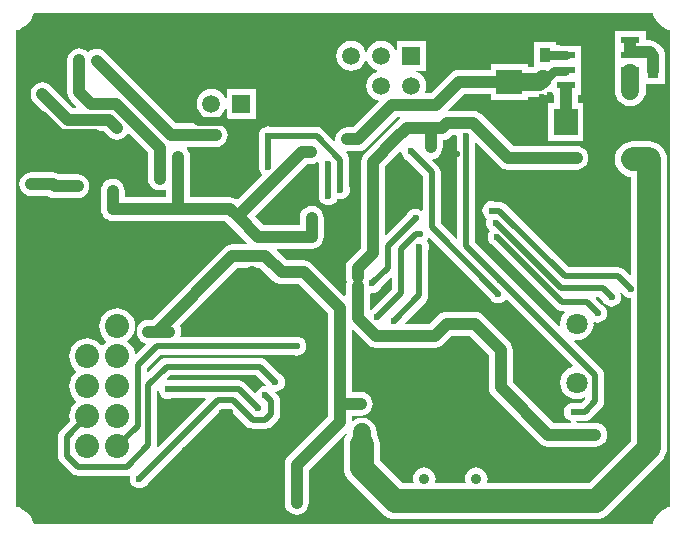
<source format=gbl>
%FSLAX25Y25*%
%MOIN*%
G70*
G01*
G75*
G04 Layer_Physical_Order=2*
G04 Layer_Color=16711680*
%ADD10R,0.15748X0.11024*%
%ADD11R,0.03937X0.02362*%
%ADD12R,0.08661X0.07874*%
%ADD13R,0.03543X0.04724*%
%ADD14R,0.08268X0.01575*%
%ADD15R,0.04724X0.03543*%
%ADD16R,0.09843X0.06299*%
%ADD17R,0.09843X0.02165*%
%ADD18R,0.02165X0.09843*%
%ADD19R,0.02165X0.06890*%
%ADD20R,0.06890X0.02165*%
%ADD21R,0.03150X0.07087*%
%ADD22R,0.07874X0.11811*%
%ADD23R,0.07874X0.09843*%
%ADD24R,0.01969X0.09843*%
%ADD25R,0.06890X0.05512*%
%ADD26R,0.04331X0.05906*%
%ADD27R,0.01693X0.07087*%
%ADD28R,0.07087X0.01063*%
%ADD29C,0.03937*%
%ADD30C,0.07874*%
%ADD31C,0.01969*%
%ADD32C,0.05906*%
%ADD33C,0.03150*%
%ADD34C,0.01181*%
%ADD35C,0.01575*%
%ADD36C,0.00984*%
%ADD37C,0.02953*%
%ADD38R,0.03228X0.07126*%
%ADD39R,0.07087X0.03543*%
%ADD40R,0.07126X0.02992*%
%ADD41R,0.07126X0.03071*%
%ADD42R,0.08307X0.06654*%
%ADD43R,0.07323X0.04764*%
%ADD44R,0.08268X0.06732*%
%ADD45R,0.07559X0.04646*%
%ADD46R,0.07677X0.05827*%
%ADD47R,0.06221X0.09764*%
%ADD48R,0.05906X0.16339*%
%ADD49C,0.07087*%
%ADD50C,0.03543*%
%ADD51C,0.05906*%
%ADD52R,0.05906X0.05906*%
%ADD53C,0.08032*%
%ADD54R,0.08032X0.08032*%
%ADD55C,0.02362*%
%ADD56R,0.07874X0.08661*%
%ADD57R,0.09488X0.23622*%
%ADD58R,0.06299X0.02362*%
G36*
X214368Y171617D02*
X215182Y170094D01*
X216278Y168758D01*
X217613Y167663D01*
X219136Y166849D01*
X219992Y166589D01*
Y7899D01*
X219136Y7639D01*
X217613Y6825D01*
X216278Y5730D01*
X215182Y4395D01*
X214368Y2871D01*
X214109Y2015D01*
X7899D01*
X7639Y2871D01*
X6825Y4395D01*
X5730Y5730D01*
X4395Y6825D01*
X2871Y7639D01*
X2015Y7899D01*
Y166589D01*
X2871Y166849D01*
X4395Y167663D01*
X5730Y168758D01*
X6825Y170094D01*
X7639Y171617D01*
X7899Y172473D01*
X214109D01*
X214368Y171617D01*
D02*
G37*
%LPC*%
G36*
X123661Y163113D02*
X122377Y162944D01*
X121179Y162448D01*
X120151Y161660D01*
X119363Y160632D01*
X118911Y159542D01*
X118867D01*
Y159542D01*
D01*
D01*
X118867D01*
X118596D01*
X118341Y159712D01*
X117960Y160632D01*
X117171Y161660D01*
X116143Y162448D01*
X114946Y162944D01*
X113661Y163113D01*
X112377Y162944D01*
X111179Y162448D01*
X110152Y161660D01*
X109363Y160632D01*
X108867Y159434D01*
X108698Y158150D01*
X108867Y156865D01*
X109363Y155668D01*
X110152Y154640D01*
X111179Y153851D01*
X112377Y153355D01*
X113661Y153186D01*
X114946Y153355D01*
X116143Y153851D01*
X117171Y154640D01*
X117960Y155668D01*
X118411Y156757D01*
X118456D01*
Y156757D01*
D01*
D01*
X118456D01*
X118867D01*
Y156757D01*
X118911D01*
X119363Y155668D01*
X120151Y154640D01*
X121179Y153851D01*
X122269Y153400D01*
Y152900D01*
X121179Y152448D01*
X120151Y151660D01*
X119363Y150631D01*
X118867Y149434D01*
X118698Y148150D01*
X118867Y146865D01*
X119363Y145668D01*
X120151Y144640D01*
X121179Y143851D01*
X122377Y143355D01*
X122589Y143327D01*
X122750Y142854D01*
X114182Y134286D01*
X112323D01*
X111295Y134151D01*
X110337Y133754D01*
X109515Y133123D01*
X108884Y132300D01*
X108487Y131343D01*
X108352Y130315D01*
X108383Y130081D01*
X107934Y129860D01*
X104232Y133563D01*
X103615Y134036D01*
X102897Y134333D01*
X102126Y134435D01*
X86985D01*
X86767Y134525D01*
X85945Y134634D01*
X85123Y134525D01*
X84356Y134208D01*
X83698Y133703D01*
X83194Y133045D01*
X82876Y132279D01*
X82768Y131457D01*
X82876Y130634D01*
X82967Y130417D01*
Y122221D01*
X82876Y122003D01*
X82768Y121181D01*
X82876Y120359D01*
X83194Y119593D01*
X83698Y118935D01*
X83873Y118800D01*
X83906Y118302D01*
X75761Y110157D01*
X75332Y110486D01*
X74374Y110883D01*
X73346Y111018D01*
X59916D01*
Y124488D01*
X59781Y125516D01*
X59384Y126474D01*
X58753Y127296D01*
X58911Y127761D01*
X68504D01*
X69532Y127897D01*
X70489Y128293D01*
X71312Y128924D01*
X71943Y129747D01*
X72340Y130704D01*
X72475Y131732D01*
X72340Y132760D01*
X71943Y133718D01*
X71312Y134540D01*
X70489Y135171D01*
X69532Y135568D01*
X68504Y135703D01*
X55346D01*
X31666Y159383D01*
X30844Y160014D01*
X29886Y160410D01*
X28858Y160546D01*
X27830Y160410D01*
X26873Y160014D01*
X26050Y159383D01*
X25820Y159461D01*
X24997Y160092D01*
X24039Y160489D01*
X23012Y160625D01*
X21984Y160489D01*
X21026Y160092D01*
X20204Y159461D01*
X19573Y158639D01*
X19176Y157681D01*
X19041Y156653D01*
Y145965D01*
X19176Y144937D01*
X19573Y143979D01*
X20204Y143157D01*
X22038Y141323D01*
X21847Y140861D01*
X20857D01*
X13517Y148202D01*
X12694Y148833D01*
X11736Y149229D01*
X10709Y149365D01*
X9681Y149229D01*
X8723Y148833D01*
X7901Y148202D01*
X7270Y147379D01*
X6873Y146422D01*
X6738Y145394D01*
X6873Y144366D01*
X7270Y143408D01*
X7901Y142586D01*
X16405Y134082D01*
X17227Y133451D01*
X18185Y133054D01*
X19213Y132919D01*
X31150D01*
X32704Y131365D01*
X33526Y130734D01*
X34484Y130338D01*
X35512Y130202D01*
X36540Y130338D01*
X37497Y130734D01*
X38320Y131365D01*
X38951Y132188D01*
X39425Y132282D01*
X45891Y125816D01*
Y117224D01*
X46027Y116197D01*
X46423Y115239D01*
X47054Y114417D01*
X47877Y113785D01*
X48834Y113389D01*
X49862Y113253D01*
X50890Y113389D01*
X51558Y113665D01*
X51974Y113388D01*
Y111018D01*
X38168D01*
Y113150D01*
X38032Y114177D01*
X37636Y115135D01*
X37005Y115957D01*
X36182Y116589D01*
X35225Y116985D01*
X34197Y117121D01*
X33169Y116985D01*
X32211Y116589D01*
X31389Y115957D01*
X30758Y115135D01*
X30361Y114177D01*
X30226Y113150D01*
Y107047D01*
X30226Y107047D01*
X30226D01*
X30361Y106019D01*
X30758Y105062D01*
X31389Y104239D01*
X32211Y103608D01*
X33169Y103212D01*
X34197Y103076D01*
X71702D01*
X72979Y101798D01*
D01*
X72979D01*
Y101798D01*
X72979Y101798D01*
X78967Y95811D01*
X78776Y95349D01*
X73992D01*
X72964Y95214D01*
X72007Y94817D01*
X71184Y94186D01*
X47213Y70215D01*
X46047D01*
X45020Y70080D01*
X44062Y69683D01*
X43239Y69052D01*
X42608Y68230D01*
X42212Y67272D01*
X42076Y66244D01*
X42212Y65216D01*
X42608Y64259D01*
X43239Y63436D01*
X44062Y62805D01*
X45013Y62411D01*
X45110Y61921D01*
X42015Y58825D01*
X41544Y58994D01*
X41528Y59165D01*
X41185Y60293D01*
X40630Y61333D01*
X39882Y62244D01*
X38971Y62992D01*
X38971Y62992D01*
X38971D01*
Y62992D01*
D01*
X39882Y63740D01*
X40630Y64651D01*
X41185Y65691D01*
X41528Y66819D01*
X41643Y67992D01*
X41528Y69165D01*
X41185Y70293D01*
X40630Y71333D01*
X39882Y72244D01*
X38971Y72992D01*
X37931Y73548D01*
X36803Y73890D01*
X35630Y74005D01*
X34457Y73890D01*
X33329Y73548D01*
X32289Y72992D01*
X31378Y72244D01*
X30630Y71333D01*
X30074Y70293D01*
X29732Y69165D01*
X29617Y67992D01*
X29732Y66819D01*
X30074Y65691D01*
X30630Y64651D01*
X31378Y63740D01*
X31984Y63242D01*
Y62742D01*
X31378Y62244D01*
X30880Y61638D01*
X30380D01*
X29882Y62244D01*
X28971Y62992D01*
X27931Y63548D01*
X26803Y63890D01*
X25630Y64005D01*
X24457Y63890D01*
X23329Y63548D01*
X22289Y62992D01*
X21378Y62244D01*
X20630Y61333D01*
X20074Y60293D01*
X19732Y59165D01*
X19617Y57992D01*
X19732Y56819D01*
X20074Y55691D01*
X20630Y54651D01*
X21378Y53740D01*
X21984Y53242D01*
Y52742D01*
X21378Y52244D01*
X20630Y51333D01*
X20074Y50293D01*
X19732Y49165D01*
X19617Y47992D01*
X19732Y46819D01*
X20074Y45691D01*
X20630Y44651D01*
X21378Y43740D01*
X21984Y43242D01*
Y42742D01*
X21378Y42244D01*
X20630Y41333D01*
X20074Y40293D01*
X19732Y39165D01*
X19617Y37992D01*
X19732Y36819D01*
X19852Y36426D01*
X16752Y33326D01*
X16279Y32710D01*
X16192Y32499D01*
X15981Y31991D01*
X15880Y31220D01*
Y24882D01*
X15981Y24111D01*
X16192Y23603D01*
X16279Y23393D01*
X16752Y22776D01*
X20492Y19036D01*
X20493Y19036D01*
X20842Y18768D01*
X21109Y18563D01*
X21407Y18439D01*
X21828Y18265D01*
X22598Y18164D01*
X38780D01*
X39550Y18265D01*
X39576Y18276D01*
X39965Y17962D01*
X39963Y17948D01*
X39963Y17948D01*
X39963Y17948D01*
X39855Y17126D01*
X39963Y16304D01*
X40280Y15538D01*
X40785Y14880D01*
X41443Y14375D01*
X42209Y14058D01*
X43031Y13949D01*
X43854Y14058D01*
X44620Y14375D01*
X45278Y14880D01*
X45783Y15538D01*
X45873Y15756D01*
X70525Y40408D01*
X73018D01*
X78721Y34705D01*
X78721Y34705D01*
X79338Y34232D01*
X80056Y33934D01*
X80146Y33922D01*
X80827Y33833D01*
X80827Y33833D01*
X85039D01*
X85810Y33934D01*
X86528Y34232D01*
X87145Y34705D01*
X89153Y36713D01*
X89153Y36713D01*
X89390Y37021D01*
X89626Y37330D01*
X89775Y37689D01*
X89924Y38048D01*
X89936Y38138D01*
X90026Y38819D01*
X90026Y38819D01*
Y42953D01*
X90026Y42953D01*
X89936Y43634D01*
X89924Y43724D01*
X89626Y44442D01*
X89153Y45059D01*
X89153Y45059D01*
X88238Y45974D01*
X88346Y46193D01*
X89169Y46301D01*
X89935Y46619D01*
X90593Y47124D01*
X91098Y47782D01*
X91415Y48548D01*
X91523Y49370D01*
X91415Y50192D01*
X91098Y50959D01*
X90593Y51616D01*
X89935Y52121D01*
X89717Y52211D01*
X85255Y56673D01*
X84639Y57146D01*
X84428Y57233D01*
X83920Y57444D01*
X83150Y57545D01*
X52126D01*
X52126Y57545D01*
X51355Y57444D01*
X50637Y57146D01*
X50020Y56673D01*
X50020Y56673D01*
X45960Y52613D01*
X45498Y52804D01*
Y53885D01*
X50013Y58400D01*
X94472D01*
X94690Y58309D01*
X95512Y58201D01*
X96334Y58309D01*
X97100Y58627D01*
X97758Y59132D01*
X98263Y59790D01*
X98580Y60556D01*
X98689Y61378D01*
X98580Y62200D01*
X98263Y62966D01*
X97758Y63624D01*
X97100Y64129D01*
X96334Y64447D01*
X95512Y64555D01*
X94690Y64447D01*
X94472Y64356D01*
X56977D01*
X56699Y64772D01*
X56883Y65216D01*
X57018Y66244D01*
X56883Y67272D01*
X56486Y68230D01*
X56475Y68245D01*
X75637Y87407D01*
X83394D01*
X87625Y83176D01*
X87625D01*
X87625Y83176D01*
X87625Y83176D01*
Y83176D01*
X88448Y82545D01*
X89009Y82313D01*
X89405Y82149D01*
X90433Y82013D01*
X96229D01*
X105793Y72450D01*
Y42126D01*
Y37826D01*
X92625Y24658D01*
X91994Y23836D01*
X91597Y22878D01*
X91462Y21850D01*
Y12441D01*
Y9134D01*
X91597Y8106D01*
X91994Y7148D01*
X92625Y6326D01*
X93448Y5695D01*
X94405Y5298D01*
X95433Y5163D01*
X96461Y5298D01*
X97419Y5695D01*
X98241Y6326D01*
X98872Y7148D01*
X99269Y8106D01*
X99404Y9134D01*
Y12441D01*
Y20206D01*
X111740Y32541D01*
X111967Y32447D01*
X112136Y31976D01*
X111683Y31129D01*
X111345Y30016D01*
X111231Y28858D01*
Y25315D01*
Y20827D01*
X111231Y20827D01*
X111231D01*
X111345Y19669D01*
X111683Y18556D01*
X112231Y17530D01*
X112969Y16631D01*
X124072Y5528D01*
X124971Y4790D01*
X125997Y4242D01*
X127110Y3904D01*
X128268Y3790D01*
X195197D01*
X196354Y3904D01*
X196354D01*
X196354Y3904D01*
X196354Y3904D01*
X197468Y4242D01*
X198494Y4790D01*
X199393Y5528D01*
X217109Y23245D01*
X217847Y24144D01*
X218396Y25170D01*
X218733Y26283D01*
X218847Y27441D01*
X218847Y27441D01*
X218847Y27441D01*
Y27441D01*
Y123661D01*
X218733Y124819D01*
X218396Y125932D01*
X217847Y126958D01*
X217109Y127857D01*
X216210Y128595D01*
X215184Y129144D01*
X214071Y129481D01*
X212913Y129595D01*
X207520D01*
X206362Y129481D01*
X205249Y129144D01*
X204223Y128595D01*
X203324Y127857D01*
X202586Y126958D01*
X202037Y125932D01*
X201700Y124819D01*
X201586Y123661D01*
X201700Y122504D01*
X202037Y121390D01*
X202586Y120365D01*
X203324Y119465D01*
X204223Y118727D01*
X205249Y118179D01*
X206362Y117841D01*
X206979Y117780D01*
Y85209D01*
X206517Y85017D01*
X204822Y86712D01*
X204206Y87186D01*
X203995Y87273D01*
X203487Y87483D01*
X202716Y87585D01*
X186076D01*
X164980Y108681D01*
X164363Y109154D01*
X163645Y109451D01*
X162874Y109553D01*
X161591D01*
X161373Y109643D01*
X160551Y109752D01*
X159729Y109643D01*
X158963Y109326D01*
X158305Y108821D01*
X157800Y108163D01*
X157483Y107397D01*
X157374Y106575D01*
X157483Y105753D01*
X157800Y104986D01*
X158305Y104329D01*
X158887Y103882D01*
X158664Y103342D01*
X158555Y102520D01*
X158664Y101698D01*
X158981Y100931D01*
X159486Y100273D01*
X159689Y100118D01*
X159754Y99622D01*
X159572Y99384D01*
X159254Y98618D01*
X159146Y97795D01*
X159254Y96973D01*
X159572Y96207D01*
X160076Y95549D01*
X160734Y95044D01*
X160952Y94954D01*
X181949Y73957D01*
X181949Y73957D01*
X182566Y73484D01*
X183284Y73186D01*
X184055Y73085D01*
X184055Y73085D01*
X184589D01*
X184810Y72636D01*
X184044Y71638D01*
X183488Y70297D01*
X183299Y68858D01*
X183387Y68187D01*
X182939Y67966D01*
X165971Y84933D01*
X165881Y85151D01*
X165376Y85809D01*
X164718Y86314D01*
X164500Y86405D01*
X154947Y95958D01*
Y128942D01*
X155409Y129133D01*
X163216Y121326D01*
X164038Y120695D01*
X164319Y120579D01*
X164996Y120298D01*
X166024Y120163D01*
X188740D01*
X189768Y120298D01*
X190726Y120695D01*
X191548Y121326D01*
X192179Y122148D01*
X192576Y123106D01*
X192711Y124134D01*
X192576Y125162D01*
X192179Y126119D01*
X191548Y126942D01*
X190726Y127573D01*
X189768Y127970D01*
X188740Y128105D01*
X167668D01*
X157178Y138595D01*
X156356Y139226D01*
X155398Y139623D01*
X154370Y139758D01*
X146146D01*
X145954Y140220D01*
X151251Y145517D01*
X160079D01*
Y143583D01*
X172677D01*
Y144328D01*
X176142D01*
X177426Y144497D01*
X178624Y144993D01*
X179591Y145735D01*
X180039Y145514D01*
Y145158D01*
X181186D01*
Y142362D01*
X179252D01*
Y129764D01*
X191063D01*
Y142362D01*
X189128D01*
Y145158D01*
X190276D01*
Y150157D01*
Y155157D01*
Y161457D01*
X186813D01*
X186082Y161759D01*
X185158Y161881D01*
X181890D01*
Y162614D01*
X174409D01*
Y154458D01*
X174144Y154255D01*
X172677D01*
Y155394D01*
X160079D01*
Y153459D01*
X149606D01*
X148579Y153324D01*
X147621Y152927D01*
X146798Y152296D01*
X140206Y145703D01*
X138425D01*
X138147Y146119D01*
X138456Y146865D01*
X138625Y148150D01*
X138456Y149434D01*
X137960Y150631D01*
X137171Y151660D01*
X136143Y152448D01*
X134946Y152944D01*
X133661Y153113D01*
X133776Y153228D01*
X138583D01*
Y163071D01*
X128740D01*
Y160030D01*
X128250Y159932D01*
X127960Y160632D01*
X127171Y161660D01*
X126143Y162448D01*
X124946Y162944D01*
X123661Y163113D01*
D02*
G37*
G36*
X14189Y119349D02*
X6968D01*
X5941Y119214D01*
X4983Y118817D01*
X4161Y118186D01*
X3529Y117363D01*
X3133Y116406D01*
X2998Y115378D01*
X3133Y114350D01*
X3529Y113392D01*
X4161Y112570D01*
X4983Y111939D01*
X5941Y111542D01*
X6968Y111407D01*
X12675D01*
X12936Y111207D01*
X13893Y110810D01*
X14921Y110675D01*
X22402D01*
X23429Y110810D01*
X24387Y111207D01*
X25210Y111838D01*
X25840Y112660D01*
X26237Y113618D01*
X26373Y114646D01*
X26237Y115673D01*
X25840Y116631D01*
X25210Y117454D01*
X24387Y118085D01*
X23429Y118481D01*
X22402Y118617D01*
X16435D01*
X16174Y118817D01*
X15217Y119214D01*
X14189Y119349D01*
D02*
G37*
G36*
X211732Y166457D02*
X201496D01*
Y160158D01*
Y155157D01*
Y150157D01*
Y145158D01*
X201806D01*
X201820Y145054D01*
X202315Y143857D01*
X203104Y142829D01*
X204132Y142040D01*
X205329Y141544D01*
X206614Y141375D01*
X207899Y141544D01*
X209096Y142040D01*
X210124Y142829D01*
X210913Y143857D01*
X211409Y145054D01*
X211422Y145158D01*
X211732D01*
Y148843D01*
X218110D01*
Y151915D01*
X218206Y152146D01*
X218341Y153173D01*
Y158110D01*
X218206Y159138D01*
X217925Y159815D01*
X217809Y160096D01*
X217178Y160918D01*
X215918Y162178D01*
X215096Y162809D01*
X214138Y163206D01*
X213110Y163341D01*
X211732D01*
Y166457D01*
D02*
G37*
G36*
X67047Y147129D02*
X65763Y146960D01*
X64565Y146464D01*
X63537Y145675D01*
X62748Y144647D01*
X62253Y143450D01*
X62084Y142165D01*
X62253Y140881D01*
X62748Y139683D01*
X63537Y138655D01*
X64565Y137867D01*
X65763Y137371D01*
X67047Y137202D01*
X68332Y137371D01*
X69529Y137867D01*
X70557Y138655D01*
X71346Y139683D01*
X71636Y140383D01*
X72126Y140285D01*
Y137244D01*
X81968D01*
Y147087D01*
X72126D01*
Y144045D01*
X71636Y143948D01*
X71346Y144647D01*
X70557Y145675D01*
X69529Y146464D01*
X68332Y146960D01*
X67047Y147129D01*
D02*
G37*
%LPD*%
G36*
X85148Y48357D02*
X85039Y48137D01*
X84217Y48029D01*
X83451Y47712D01*
X82793Y47207D01*
X82288Y46549D01*
X82005Y45866D01*
X81515Y45768D01*
X78208Y49074D01*
X77592Y49548D01*
X77381Y49635D01*
X76873Y49845D01*
X76102Y49947D01*
X53560D01*
X53342Y50037D01*
X52520Y50145D01*
X52320Y50550D01*
X53360Y51589D01*
X81916D01*
X85148Y48357D01*
D02*
G37*
G36*
X159796Y77527D02*
X159887Y77309D01*
X160391Y76651D01*
X161049Y76147D01*
X161816Y75829D01*
X162638Y75721D01*
X163460Y75829D01*
X164226Y76147D01*
X164884Y76651D01*
X165064Y76886D01*
X165563Y76918D01*
X187468Y55013D01*
X187370Y54523D01*
X186079Y53988D01*
X184927Y53104D01*
X184044Y51953D01*
X183488Y50612D01*
X183299Y49173D01*
X183488Y47734D01*
X184044Y46393D01*
X184927Y45242D01*
X186079Y44359D01*
X187419Y43803D01*
X188858Y43614D01*
X190297Y43803D01*
X191403Y44262D01*
X191681Y43846D01*
X190184Y42348D01*
X188836D01*
X188618Y42439D01*
X187795Y42547D01*
X186973Y42439D01*
X186207Y42121D01*
X185549Y41616D01*
X185044Y40958D01*
X184727Y40192D01*
X184618Y39370D01*
X184727Y38548D01*
X185044Y37782D01*
X185549Y37124D01*
X186207Y36619D01*
X186948Y36312D01*
X186851Y35821D01*
X180897D01*
X167412Y49306D01*
Y60158D01*
X167277Y61185D01*
X166880Y62143D01*
X166249Y62965D01*
X157548Y71666D01*
X156726Y72297D01*
X155768Y72694D01*
X154740Y72829D01*
X145472D01*
X144445Y72694D01*
X143487Y72297D01*
X142665Y71666D01*
X139772Y68774D01*
X131710D01*
X131519Y69236D01*
X138444Y76162D01*
X138918Y76779D01*
X139215Y77497D01*
X139317Y78268D01*
Y93291D01*
X139407Y93508D01*
X139515Y94331D01*
X139407Y95153D01*
X139090Y95919D01*
X138742Y96372D01*
X138742Y96376D01*
X139247Y97034D01*
X139380Y97355D01*
X139871Y97453D01*
X159796Y77527D01*
D02*
G37*
G36*
X49451Y46146D02*
X49768Y45380D01*
X50273Y44722D01*
X50931Y44217D01*
X51697Y43900D01*
X52520Y43792D01*
X53342Y43900D01*
X53560Y43990D01*
X65031D01*
X65222Y43528D01*
X49310Y27616D01*
X48861Y27837D01*
X48923Y28307D01*
X48923Y28307D01*
Y46335D01*
X49422Y46367D01*
X49451Y46146D01*
D02*
G37*
G36*
X203940Y79156D02*
X204021Y78963D01*
X204525Y78305D01*
X205183Y77800D01*
X205949Y77483D01*
X206772Y77374D01*
X206979Y77192D01*
Y29899D01*
X192739Y15658D01*
X159196D01*
X158918Y16074D01*
X158998Y16268D01*
X159127Y17244D01*
X158998Y18221D01*
X158621Y19130D01*
X158022Y19912D01*
X157240Y20511D01*
X156331Y20888D01*
X155354Y21016D01*
X154378Y20888D01*
X153468Y20511D01*
X152687Y19912D01*
X152087Y19130D01*
X151710Y18221D01*
X151582Y17244D01*
X151710Y16268D01*
X151791Y16074D01*
X151513Y15658D01*
X141873D01*
X141595Y16074D01*
X141675Y16268D01*
X141804Y17244D01*
X141675Y18221D01*
X141298Y19130D01*
X140699Y19912D01*
X139918Y20511D01*
X139008Y20888D01*
X138031Y21016D01*
X137055Y20888D01*
X136145Y20511D01*
X135364Y19912D01*
X134765Y19130D01*
X134388Y18221D01*
X134259Y17244D01*
X134388Y16268D01*
X134468Y16074D01*
X134190Y15658D01*
X130726D01*
X123099Y23285D01*
Y25315D01*
Y28858D01*
X122985Y30016D01*
X122648Y31129D01*
X122129Y32100D01*
Y32598D01*
X121960Y33883D01*
X121464Y35080D01*
X120675Y36108D01*
X119647Y36897D01*
X118450Y37393D01*
X117165Y37562D01*
X115881Y37393D01*
X114683Y36897D01*
X114183Y36513D01*
X113735Y36734D01*
Y38155D01*
X116772D01*
X117799Y38290D01*
X118757Y38687D01*
X119580Y39318D01*
X120211Y40141D01*
X120607Y41098D01*
X120743Y42126D01*
X120607Y43154D01*
X120211Y44111D01*
X119580Y44934D01*
X118757Y45565D01*
X117799Y45962D01*
X116772Y46097D01*
X113735D01*
Y66728D01*
X114197Y66920D01*
X119121Y61995D01*
X119944Y61364D01*
X120224Y61248D01*
X120901Y60967D01*
X121929Y60832D01*
X141417D01*
X142445Y60967D01*
X143403Y61364D01*
X144225Y61995D01*
X147117Y64887D01*
X153095D01*
X159470Y58513D01*
Y47661D01*
X159470Y47661D01*
X159470D01*
X159605Y46634D01*
X160002Y45676D01*
X160633Y44853D01*
X176444Y29043D01*
X176444D01*
X176444Y29043D01*
X176444D01*
X176444Y29043D01*
Y29043D01*
X176444Y29043D01*
Y29043D01*
X177267Y28411D01*
X178224Y28015D01*
X179252Y27879D01*
X195000D01*
X196028Y28015D01*
X196985Y28411D01*
X197808Y29043D01*
X198439Y29865D01*
X198836Y30823D01*
X198971Y31850D01*
X198836Y32878D01*
X198439Y33836D01*
X197808Y34658D01*
X196985Y35289D01*
X196028Y35686D01*
X195000Y35821D01*
X188740D01*
X188642Y36312D01*
X188836Y36392D01*
X191417D01*
X192188Y36493D01*
X192696Y36704D01*
X192906Y36791D01*
X193523Y37264D01*
X197145Y40886D01*
X197619Y41503D01*
X197916Y42221D01*
X198018Y42992D01*
Y51653D01*
X197916Y52424D01*
X197706Y52932D01*
X197619Y53143D01*
X197145Y53759D01*
X187966Y62939D01*
X188187Y63387D01*
X188858Y63299D01*
X190297Y63488D01*
X191638Y64044D01*
X192789Y64927D01*
X193673Y66079D01*
X194228Y67419D01*
X194418Y68858D01*
X194387Y69088D01*
X194784Y69392D01*
X194965Y69317D01*
X195787Y69209D01*
X196610Y69317D01*
X197376Y69635D01*
X198034Y70139D01*
X198539Y70797D01*
X198856Y71564D01*
X198964Y72386D01*
X198856Y73208D01*
X198539Y73974D01*
X198034Y74632D01*
X197376Y75137D01*
X197158Y75227D01*
X195195Y77190D01*
X195387Y77652D01*
X196286D01*
X197611Y76326D01*
X197702Y76108D01*
X198206Y75450D01*
X198864Y74946D01*
X199630Y74628D01*
X200453Y74520D01*
X201275Y74628D01*
X202041Y74946D01*
X202699Y75450D01*
X203204Y76108D01*
X203521Y76875D01*
X203629Y77697D01*
X203521Y78519D01*
X203255Y79163D01*
X203462Y79301D01*
X203940Y79156D01*
D02*
G37*
G36*
X130352Y126110D02*
X130435Y125477D01*
X130753Y124711D01*
X131258Y124053D01*
X131915Y123548D01*
X132133Y123458D01*
X137455Y118136D01*
Y106728D01*
X137006Y106507D01*
X136667Y106767D01*
X135901Y107084D01*
X135079Y107193D01*
X134256Y107084D01*
X133490Y106767D01*
X132832Y106262D01*
X132328Y105604D01*
X132237Y105386D01*
X125338Y98487D01*
X124876Y98679D01*
Y121269D01*
X129879Y126271D01*
X130352Y126110D01*
D02*
G37*
G36*
X129935Y137288D02*
X129279Y136784D01*
X125948Y133453D01*
X125440Y133064D01*
X118098Y125721D01*
X117467Y124899D01*
X117070Y123941D01*
X116935Y122913D01*
X116935Y122913D01*
X116935D01*
X116935Y122913D01*
X116935D01*
Y94046D01*
X113019Y90131D01*
X112388Y89308D01*
X111991Y88351D01*
X111856Y87323D01*
Y84449D01*
X111991Y83421D01*
X112218Y82874D01*
X111991Y82327D01*
X111856Y81299D01*
Y78272D01*
X111394Y78080D01*
X100682Y88792D01*
X99859Y89423D01*
X98902Y89820D01*
X97874Y89955D01*
X92078D01*
X88671Y93362D01*
X88862Y93824D01*
X100433D01*
X101461Y93960D01*
X102418Y94356D01*
X103241Y94987D01*
X103872Y95810D01*
X104269Y96767D01*
X104404Y97795D01*
Y104134D01*
X104269Y105162D01*
X103872Y106119D01*
X103241Y106942D01*
X102418Y107573D01*
X101461Y107969D01*
X100433Y108105D01*
X99405Y107969D01*
X98448Y107573D01*
X97625Y106942D01*
X96994Y106119D01*
X96597Y105162D01*
X96462Y104134D01*
Y101766D01*
X84243D01*
X81423Y104587D01*
X98928Y122092D01*
X100354D01*
X101382Y122227D01*
X102340Y122624D01*
X102487Y122737D01*
X102920Y122487D01*
X102847Y121929D01*
X102955Y121107D01*
X103045Y120889D01*
Y112530D01*
X102931Y112255D01*
X102823Y111433D01*
X102931Y110611D01*
X103249Y109845D01*
X103754Y109187D01*
X104412Y108682D01*
X105178Y108364D01*
X106000Y108256D01*
X106822Y108364D01*
X107588Y108682D01*
X108246Y109187D01*
X108751Y109845D01*
X108958Y110344D01*
X109178Y110435D01*
X110000Y110327D01*
X110822Y110435D01*
X111588Y110753D01*
X112246Y111258D01*
X112751Y111916D01*
X113068Y112682D01*
X113177Y113504D01*
X113068Y114326D01*
X112978Y114544D01*
Y123583D01*
X112877Y124354D01*
X112703Y124774D01*
X112579Y125072D01*
X112106Y125689D01*
X111868Y125926D01*
X112089Y126375D01*
X112323Y126344D01*
X115827D01*
X116855Y126479D01*
X117812Y126876D01*
X118635Y127507D01*
X128889Y137761D01*
X129774D01*
X129935Y137288D01*
D02*
G37*
G36*
X127376Y84086D02*
Y80328D01*
X120952Y73905D01*
X120734Y73814D01*
X120246Y73440D01*
X119798Y73661D01*
Y78847D01*
X120174Y79177D01*
X120709Y79107D01*
X121531Y79215D01*
X122297Y79532D01*
X122955Y80037D01*
X123460Y80695D01*
X123550Y80913D01*
X126914Y84277D01*
X127376Y84086D01*
D02*
G37*
G36*
X148816Y131440D02*
X148792Y131260D01*
X148900Y130438D01*
X148990Y130220D01*
Y97410D01*
X148528Y97219D01*
X143411Y102336D01*
Y119370D01*
X143310Y120141D01*
X143012Y120859D01*
X142539Y121476D01*
X142539Y121476D01*
X140698Y123317D01*
X140859Y123790D01*
X141248Y123842D01*
X142206Y124238D01*
X143028Y124869D01*
X143659Y125692D01*
X144056Y126649D01*
X144191Y127677D01*
Y130058D01*
X144817Y130141D01*
X145775Y130537D01*
X146597Y131168D01*
X147245Y131816D01*
X148486D01*
X148816Y131440D01*
D02*
G37*
D12*
X166378Y162087D02*
D03*
Y149488D02*
D03*
D13*
X214370Y153173D02*
D03*
Y145693D02*
D03*
X178150Y158283D02*
D03*
Y165764D02*
D03*
D29*
X90433Y85984D02*
X97874D01*
X95433Y12441D02*
Y21850D01*
Y9134D02*
Y12441D01*
X48858Y66244D02*
X73992Y91378D01*
X48858Y66244D02*
X53047D01*
X46047D02*
X48858D01*
X185158Y163307D02*
X196221D01*
X166378Y162087D02*
X170055Y165764D01*
X77628Y68967D02*
X80630Y71969D01*
X75728Y67067D02*
X77628Y68967D01*
X197756Y136063D02*
X210236D01*
X214370Y140197D01*
Y145693D01*
X197756Y123583D02*
Y136063D01*
X190118Y115945D02*
X197756Y123583D01*
X181102Y115945D02*
X190118D01*
X149606Y149488D02*
X166378D01*
X141850Y141732D02*
X149606Y149488D01*
X206614Y159370D02*
X213110D01*
X214370Y153173D02*
Y158110D01*
X213110Y159370D02*
X214370Y158110D01*
X206614Y159370D02*
Y162284D01*
X170055Y165764D02*
X178150D01*
X100433Y97795D02*
Y104134D01*
X183898Y163307D02*
X185158D01*
Y136063D02*
Y147205D01*
X178150Y165764D02*
X181441D01*
X183898Y163307D01*
X127244Y141732D02*
X141850D01*
X115827Y130315D02*
X127244Y141732D01*
X112323Y130315D02*
X115827D01*
X166024Y124134D02*
X188740D01*
X154370Y135787D02*
X166024Y124134D01*
X145600Y135787D02*
X154370D01*
X170630Y115945D02*
X181102D01*
X170433Y115748D02*
X170630Y115945D01*
X181197Y98071D02*
Y115850D01*
X192598Y98071D02*
X196181Y94488D01*
X181197Y98071D02*
X192598D01*
X143789Y133976D02*
X145600Y135787D01*
X132087Y133976D02*
X143789D01*
X140220Y127677D02*
Y134213D01*
X128366Y130256D02*
X132087Y133976D01*
X128248Y130256D02*
X128366D01*
X120905Y122913D02*
X128248Y130256D01*
X120905Y92402D02*
Y122913D01*
X115827Y87323D02*
X120905Y92402D01*
X115827Y84449D02*
Y87323D01*
X154740Y68858D02*
X163441Y60158D01*
X145472Y68858D02*
X154740D01*
X141417Y64803D02*
X145472Y68858D01*
X121929Y64803D02*
X141417D01*
X115827Y70906D02*
X121929Y64803D01*
X115827Y70906D02*
Y81299D01*
X26717Y69079D02*
Y107165D01*
X6968Y115378D02*
X14189D01*
X14921Y114646D01*
X22402D01*
X26717Y109590D02*
X28130Y111004D01*
X26717Y107165D02*
Y109590D01*
X10590Y137677D02*
X16496Y131772D01*
X28130D01*
X10709Y145394D02*
X19213Y136890D01*
X32795D01*
X35512Y134173D01*
X23012Y145965D02*
X26890Y142087D01*
X23012Y145965D02*
Y156653D01*
X28445Y125591D02*
X40945D01*
X28130Y111004D02*
Y131772D01*
X34197Y107047D02*
Y113150D01*
X26890Y142087D02*
X35236D01*
X49862Y127461D01*
Y117224D02*
Y127461D01*
X28858Y156575D02*
X53701Y131732D01*
X68504D01*
X13465Y67992D02*
X25630D01*
X10630Y65158D02*
X13465Y67992D01*
X10630Y15787D02*
Y65158D01*
Y15787D02*
X16457Y9961D01*
X51299D01*
X62126Y20787D01*
X58858Y25984D02*
X62126D01*
Y20787D02*
Y25984D01*
Y20787D02*
X62913Y20000D01*
X89724D01*
X73992Y91378D02*
X85039D01*
X90433Y85984D01*
X62126Y25984D02*
X71850Y35709D01*
Y37795D01*
X80630Y71969D02*
Y86102D01*
X97874Y85984D02*
X109764Y74094D01*
Y42126D02*
Y74094D01*
Y42126D02*
X116772D01*
X109764Y36181D02*
Y42126D01*
X34197Y107047D02*
X55945D01*
Y124488D01*
Y107047D02*
X73346D01*
X82598Y97795D02*
X100433D01*
X97283Y126063D02*
X100354D01*
X75827Y104606D02*
X97283Y126063D01*
X75787Y104606D02*
X82598Y97795D01*
X73346Y107047D02*
X75787Y104606D01*
X75827D01*
X95433Y21850D02*
X109764Y36181D01*
X116890Y58346D02*
X144803D01*
X145118Y58031D01*
X163441Y47661D02*
Y60158D01*
Y47661D02*
X179252Y31850D01*
X195000D01*
D30*
X212913Y27441D02*
Y123661D01*
X207520D02*
X212913D01*
X195197Y9724D02*
X212913Y27441D01*
X128268Y9724D02*
X195197D01*
X117165Y20827D02*
X128268Y9724D01*
X117165Y25315D02*
Y28858D01*
Y20827D02*
Y25315D01*
D31*
X202716Y84606D02*
X206772Y80551D01*
X184843Y84606D02*
X202716D01*
X162874Y106575D02*
X184843Y84606D01*
X160551Y106575D02*
X162874D01*
X197520Y80630D02*
X200453Y77697D01*
X183682Y80630D02*
X197520D01*
X161792Y102520D02*
X183682Y80630D01*
X161732Y102520D02*
X161792D01*
X192110Y76063D02*
X195787Y72386D01*
X184055Y76063D02*
X192110D01*
X162323Y97795D02*
X184055Y76063D01*
X187795Y39370D02*
X191417D01*
X195039Y42992D01*
Y51653D01*
X163130Y83563D02*
X195039Y51653D01*
X151969Y94724D02*
Y131260D01*
Y94724D02*
X163130Y83563D01*
X140433Y101102D02*
X162638Y78898D01*
X140433Y101102D02*
Y119370D01*
X133504Y126299D02*
X140433Y119370D01*
X120709Y82284D02*
X125827Y87402D01*
X85945Y121181D02*
Y131457D01*
X35630Y27992D02*
X42520Y34882D01*
Y55118D01*
X48779Y61378D01*
X95512D01*
X52520Y46968D02*
X76102D01*
X82441Y40630D01*
X18858Y31220D02*
X25630Y37992D01*
X18858Y24882D02*
Y31220D01*
Y24882D02*
X22598Y21142D01*
X38780D01*
X52126Y54567D02*
X83150D01*
X88346Y49370D01*
X38780Y21142D02*
X45945Y28307D01*
Y48386D01*
X52126Y54567D01*
X87047Y38819D02*
Y42953D01*
X85039Y44961D02*
X87047Y42953D01*
X80827Y36811D02*
X85039D01*
X87047Y38819D01*
X43031Y17126D02*
X69291Y43386D01*
X74252D01*
X80827Y36811D01*
X70433Y39213D02*
X70591Y39370D01*
X73110D01*
X149094Y62008D02*
X151693D01*
X145118Y58031D02*
X149094Y62008D01*
X145118Y42047D02*
Y58031D01*
Y39961D02*
Y42047D01*
Y39961D02*
X148740Y36339D01*
X154921D01*
X127913Y69842D02*
X136339Y78268D01*
Y94331D01*
X122323Y71063D02*
X130354Y79094D01*
X125827Y87402D02*
Y94764D01*
X135079Y104016D01*
X130354Y79094D02*
Y93779D01*
X135197Y98622D01*
X136496D01*
X106024Y111433D02*
Y121929D01*
X110000Y113504D02*
Y123583D01*
X102126Y131457D02*
X110000Y123583D01*
X85945Y131457D02*
X102126D01*
X160945Y20748D02*
X176024D01*
X154764Y26929D02*
X160945Y20748D01*
D32*
X206614Y146339D02*
Y148307D01*
Y149291D02*
Y152362D01*
Y148307D02*
Y149291D01*
X176142D02*
X177402Y150551D01*
X166378Y149291D02*
X176142D01*
X197756Y136063D02*
Y153937D01*
X117165Y28858D02*
Y32598D01*
D33*
X177402Y150551D02*
X178661D01*
X181263Y153153D01*
X185003D01*
X178150Y158307D02*
X185158D01*
D37*
X60433Y138779D02*
X62677Y136535D01*
X71142D01*
X77913Y129764D01*
Y119055D02*
Y129764D01*
D49*
X188858Y49173D02*
D03*
Y68858D02*
D03*
D50*
X155354Y17244D02*
D03*
X138031D02*
D03*
D51*
X67047Y142165D02*
D03*
X113661Y148150D02*
D03*
Y158150D02*
D03*
X123661Y148150D02*
D03*
Y158150D02*
D03*
X133661Y148150D02*
D03*
D52*
X77047Y142165D02*
D03*
X133661Y158150D02*
D03*
D53*
X35630Y67992D02*
D03*
Y57992D02*
D03*
Y47992D02*
D03*
Y37992D02*
D03*
Y27992D02*
D03*
X25630Y57992D02*
D03*
Y47992D02*
D03*
Y37992D02*
D03*
Y27992D02*
D03*
D54*
Y67992D02*
D03*
D55*
X96890Y97795D02*
D03*
X52480Y66244D02*
D03*
X46047D02*
D03*
X177126Y144449D02*
D03*
X179921Y145158D02*
D03*
X181024Y165630D02*
D03*
X214173Y143701D02*
D03*
X191929Y146063D02*
D03*
Y150906D02*
D03*
X191850Y154882D02*
D03*
X193504Y158150D02*
D03*
X198031Y158189D02*
D03*
X197756Y161614D02*
D03*
X193583Y161535D02*
D03*
X197992Y165157D02*
D03*
X193661D02*
D03*
X91024Y145158D02*
D03*
X101339Y148150D02*
D03*
X205512Y88150D02*
D03*
X205472Y91772D02*
D03*
X157559Y56929D02*
D03*
X154724Y57126D02*
D03*
X123819Y43087D02*
D03*
X109016Y22835D02*
D03*
X110551Y18347D02*
D03*
X102559Y20000D02*
D03*
X88858Y56535D02*
D03*
X95335Y53760D02*
D03*
X81181Y48740D02*
D03*
X52480Y77402D02*
D03*
X37165Y78661D02*
D03*
X52992Y143756D02*
D03*
X166181Y162323D02*
D03*
X168189Y165000D02*
D03*
X164331D02*
D03*
X206496Y146339D02*
D03*
X212992Y118819D02*
D03*
X212913Y123661D02*
D03*
X207520D02*
D03*
X206614Y149291D02*
D03*
Y152362D02*
D03*
X112323Y130315D02*
D03*
X115827D02*
D03*
X170433Y115748D02*
D03*
X156339Y125276D02*
D03*
X117165Y32598D02*
D03*
Y28858D02*
D03*
Y25315D02*
D03*
X162323Y97795D02*
D03*
X161732Y102520D02*
D03*
X160551Y106575D02*
D03*
X195787Y72386D02*
D03*
X200453Y77697D02*
D03*
X206772Y80551D02*
D03*
X187795Y39370D02*
D03*
X151969Y131260D02*
D03*
X148819Y125512D02*
D03*
X163130Y83563D02*
D03*
X162638Y78898D02*
D03*
X188740Y124134D02*
D03*
X140197Y134213D02*
D03*
X133504Y126299D02*
D03*
X181102Y115945D02*
D03*
X140220Y127677D02*
D03*
X115669Y95394D02*
D03*
X120709Y82284D02*
D03*
X115827Y84449D02*
D03*
Y81299D02*
D03*
X80630Y86102D02*
D03*
X93937Y86299D02*
D03*
X89724Y20000D02*
D03*
X10709Y145394D02*
D03*
X34197Y107047D02*
D03*
Y113150D02*
D03*
X26717Y107165D02*
D03*
X28130Y131772D02*
D03*
X22402Y114646D02*
D03*
X6968Y115378D02*
D03*
X44449Y156968D02*
D03*
X38464Y156890D02*
D03*
X10590Y137677D02*
D03*
X23012Y156653D02*
D03*
X49862Y117224D02*
D03*
X35512Y134173D02*
D03*
X28858Y156575D02*
D03*
X40945Y125591D02*
D03*
X55945Y124488D02*
D03*
X60433Y138779D02*
D03*
X68504Y131732D02*
D03*
X77913Y119055D02*
D03*
X85945Y121181D02*
D03*
Y131457D02*
D03*
X58858Y25984D02*
D03*
X62126D02*
D03*
X48858Y66244D02*
D03*
X97874Y85984D02*
D03*
X95512Y61378D02*
D03*
X88346Y49370D02*
D03*
X85039Y44961D02*
D03*
X82441Y40630D02*
D03*
X52520Y46968D02*
D03*
X43031Y17126D02*
D03*
X70433Y39213D02*
D03*
X73110Y39370D02*
D03*
X75728Y67067D02*
D03*
X83681D02*
D03*
X79527D02*
D03*
X116890Y58346D02*
D03*
X116772Y42126D02*
D03*
X100433Y104134D02*
D03*
Y97795D02*
D03*
X100354Y126063D02*
D03*
X145118Y42047D02*
D03*
X95433Y12441D02*
D03*
Y9134D02*
D03*
X151693Y62008D02*
D03*
X181197Y98071D02*
D03*
X175827Y58150D02*
D03*
X196181Y94488D02*
D03*
X154921Y36339D02*
D03*
Y32244D02*
D03*
X154764Y26929D02*
D03*
X127913Y69842D02*
D03*
X122323Y71063D02*
D03*
X135079Y104016D02*
D03*
X136496Y98622D02*
D03*
X136339Y94331D02*
D03*
X106024Y121929D02*
D03*
X106000Y111433D02*
D03*
X110000Y113504D02*
D03*
X176024Y20748D02*
D03*
Y18071D02*
D03*
X195000Y31850D02*
D03*
X163441Y60158D02*
D03*
X100433Y100748D02*
D03*
D56*
X197756Y136063D02*
D03*
X185158D02*
D03*
D57*
X195886Y155807D02*
D03*
D58*
X206614Y163307D02*
D03*
Y158307D02*
D03*
Y153307D02*
D03*
Y148307D02*
D03*
X185158Y163307D02*
D03*
Y158307D02*
D03*
Y153307D02*
D03*
Y148307D02*
D03*
M02*

</source>
